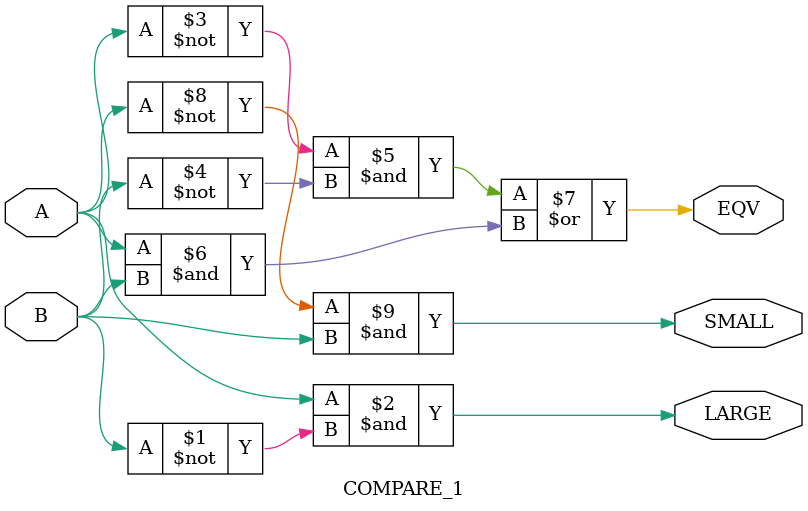
<source format=v>
module COMPARE_1(A, B, LARGE, EQV, SMALL);
    input A, B;
    output LARGE, EQV, SMALL;

    assign LARGE = A & ~B;
    assign EQV = ~A & ~B | A & B;
    assign SMALL = ~A & B;
endmodule
</source>
